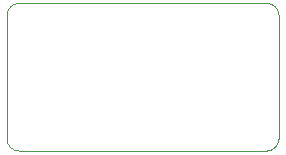
<source format=gbr>
%TF.GenerationSoftware,KiCad,Pcbnew,8.0.8-8.0.8-0~ubuntu24.04.1*%
%TF.CreationDate,2025-02-18T11:05:32+01:00*%
%TF.ProjectId,SPU0410LR5H,53505530-3431-4304-9c52-35482e6b6963,rev?*%
%TF.SameCoordinates,Original*%
%TF.FileFunction,Profile,NP*%
%FSLAX46Y46*%
G04 Gerber Fmt 4.6, Leading zero omitted, Abs format (unit mm)*
G04 Created by KiCad (PCBNEW 8.0.8-8.0.8-0~ubuntu24.04.1) date 2025-02-18 11:05:32*
%MOMM*%
%LPD*%
G01*
G04 APERTURE LIST*
%TA.AperFunction,Profile*%
%ADD10C,0.050000*%
%TD*%
G04 APERTURE END LIST*
D10*
X14899999Y-13899999D02*
X35899999Y-13899999D01*
X13899999Y-25399999D02*
X13899999Y-14899999D01*
X36899999Y-14899999D02*
X36899999Y-25399999D01*
X35899999Y-26399999D02*
X14899999Y-26399999D01*
X14899999Y-26399999D02*
G75*
G02*
X13900001Y-25399999I1J999999D01*
G01*
X13899999Y-14899999D02*
G75*
G02*
X14899999Y-13899999I1000001J-1D01*
G01*
X35899999Y-13899999D02*
G75*
G02*
X36900001Y-14899999I1J-1000001D01*
G01*
X36899999Y-25399999D02*
G75*
G02*
X35899999Y-26399999I-999999J-1D01*
G01*
M02*

</source>
